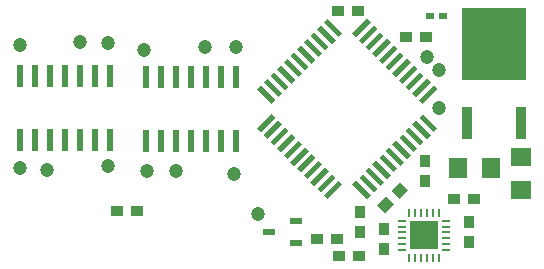
<source format=gbr>
G04 DipTrace 2.4.0.2*
%INTopPaste.gbr*%
%MOIN*%
%ADD36C,0.0472*%
%ADD53R,0.0216X0.0767*%
%ADD55R,0.0945X0.0945*%
%ADD57O,0.0315X0.0098*%
%ADD59O,0.0098X0.0315*%
%ADD61R,0.2165X0.2401*%
%ADD63R,0.0374X0.1063*%
%ADD67R,0.0393X0.0236*%
%ADD75R,0.0295X0.0216*%
%ADD81R,0.0689X0.061*%
%ADD83R,0.061X0.0689*%
%ADD85R,0.0374X0.0413*%
%ADD87R,0.0413X0.0374*%
%FSLAX44Y44*%
G04*
G70*
G90*
G75*
G01*
%LNTopPaste*%
%LPD*%
D87*
X15578Y12905D3*
X16247D3*
D85*
X18479Y7264D3*
Y7934D3*
X19962Y5225D3*
Y5894D3*
D87*
X15599Y4748D3*
X16268D3*
D85*
X17098Y5000D3*
Y5669D3*
X16306Y5556D3*
Y6225D3*
D83*
X20687Y7687D3*
X19585D3*
D81*
X21687Y6937D3*
Y8039D3*
D75*
X19096Y12738D3*
X18663D3*
D67*
X14187Y5187D3*
Y5935D3*
X13281Y5561D3*
D87*
X17842Y12041D3*
X18511D3*
X8883Y6255D3*
X8214D3*
X15562Y5312D3*
X14893D3*
G36*
X17630Y6657D2*
X17366Y6921D1*
X17658Y7213D1*
X17922Y6949D1*
X17630Y6657D1*
G37*
G36*
X17157Y6184D2*
X16893Y6448D1*
X17185Y6740D1*
X17449Y6476D1*
X17157Y6184D1*
G37*
D87*
X19455Y6642D3*
X20125D3*
D36*
X18562Y11375D3*
X18937Y10937D3*
X12906Y6163D3*
X4987Y11794D3*
X7928Y7745D3*
X9119Y11635D3*
X12105Y7502D3*
X18937Y9687D3*
X10184Y7584D3*
X11151Y11709D3*
X5868Y7616D3*
X6973Y11878D3*
X7927Y11868D3*
X4982Y7675D3*
X12176Y11707D3*
X9205Y7593D3*
G36*
X13006Y8881D2*
X12881Y9006D1*
X13368Y9493D1*
X13493Y9368D1*
X13006Y8881D1*
G37*
G36*
X13229Y8658D2*
X13104Y8783D1*
X13591Y9270D1*
X13716Y9145D1*
X13229Y8658D1*
G37*
G36*
X13451Y8436D2*
X13326Y8561D1*
X13813Y9048D1*
X13938Y8923D1*
X13451Y8436D1*
G37*
G36*
X13674Y8213D2*
X13549Y8338D1*
X14036Y8825D1*
X14161Y8700D1*
X13674Y8213D1*
G37*
G36*
X13897Y7990D2*
X13772Y8115D1*
X14259Y8602D1*
X14384Y8477D1*
X13897Y7990D1*
G37*
G36*
X14120Y7767D2*
X13995Y7892D1*
X14482Y8379D1*
X14607Y8254D1*
X14120Y7767D1*
G37*
G36*
X14342Y7545D2*
X14217Y7670D1*
X14704Y8157D1*
X14829Y8032D1*
X14342Y7545D1*
G37*
G36*
X14565Y7322D2*
X14440Y7447D1*
X14927Y7934D1*
X15052Y7809D1*
X14565Y7322D1*
G37*
G36*
X14788Y7099D2*
X14663Y7224D1*
X15150Y7711D1*
X15275Y7586D1*
X14788Y7099D1*
G37*
G36*
X15010Y6877D2*
X14885Y7002D1*
X15372Y7489D1*
X15497Y7364D1*
X15010Y6877D1*
G37*
G36*
X15233Y6654D2*
X15108Y6779D1*
X15595Y7266D1*
X15720Y7141D1*
X15233Y6654D1*
G37*
G36*
X16055Y7141D2*
X16180Y7266D1*
X16667Y6779D1*
X16542Y6654D1*
X16055Y7141D1*
G37*
G36*
X16277Y7364D2*
X16402Y7489D1*
X16889Y7002D1*
X16764Y6877D1*
X16277Y7364D1*
G37*
G36*
X16500Y7586D2*
X16625Y7711D1*
X17112Y7224D1*
X16987Y7099D1*
X16500Y7586D1*
G37*
G36*
X16723Y7809D2*
X16848Y7934D1*
X17335Y7447D1*
X17210Y7322D1*
X16723Y7809D1*
G37*
G36*
X16945Y8032D2*
X17071Y8157D1*
X17557Y7670D1*
X17432Y7545D1*
X16945Y8032D1*
G37*
G36*
X17168Y8254D2*
X17293Y8379D1*
X17780Y7892D1*
X17655Y7767D1*
X17168Y8254D1*
G37*
G36*
X17391Y8477D2*
X17516Y8602D1*
X18003Y8115D1*
X17878Y7990D1*
X17391Y8477D1*
G37*
G36*
X17614Y8700D2*
X17739Y8825D1*
X18226Y8338D1*
X18101Y8213D1*
X17614Y8700D1*
G37*
G36*
X17836Y8923D2*
X17961Y9048D1*
X18448Y8561D1*
X18323Y8436D1*
X17836Y8923D1*
G37*
G36*
X18059Y9145D2*
X18184Y9270D1*
X18671Y8783D1*
X18546Y8658D1*
X18059Y9145D1*
G37*
G36*
X18282Y9368D2*
X18407Y9493D1*
X18894Y9006D1*
X18769Y8881D1*
X18282Y9368D1*
G37*
G36*
X18407Y9828D2*
X18282Y9953D1*
X18769Y10440D1*
X18894Y10314D1*
X18407Y9828D1*
G37*
G36*
X18184Y10050D2*
X18059Y10175D1*
X18546Y10662D1*
X18671Y10537D1*
X18184Y10050D1*
G37*
G36*
X17961Y10273D2*
X17836Y10398D1*
X18323Y10885D1*
X18448Y10760D1*
X17961Y10273D1*
G37*
G36*
X17739Y10496D2*
X17614Y10621D1*
X18101Y11108D1*
X18226Y10983D1*
X17739Y10496D1*
G37*
G36*
X17516Y10718D2*
X17391Y10843D1*
X17878Y11330D1*
X18003Y11205D1*
X17516Y10718D1*
G37*
G36*
X17293Y10941D2*
X17168Y11066D1*
X17655Y11553D1*
X17780Y11428D1*
X17293Y10941D1*
G37*
G36*
X17071Y11164D2*
X16945Y11289D1*
X17432Y11776D1*
X17557Y11651D1*
X17071Y11164D1*
G37*
G36*
X16848Y11386D2*
X16723Y11512D1*
X17210Y11998D1*
X17335Y11873D1*
X16848Y11386D1*
G37*
G36*
X16625Y11609D2*
X16500Y11734D1*
X16987Y12221D1*
X17112Y12096D1*
X16625Y11609D1*
G37*
G36*
X16402Y11832D2*
X16277Y11957D1*
X16764Y12444D1*
X16889Y12319D1*
X16402Y11832D1*
G37*
G36*
X16180Y12055D2*
X16055Y12180D1*
X16542Y12667D1*
X16667Y12542D1*
X16180Y12055D1*
G37*
G36*
X15108Y12542D2*
X15233Y12667D1*
X15720Y12180D1*
X15595Y12055D1*
X15108Y12542D1*
G37*
G36*
X14885Y12319D2*
X15010Y12444D1*
X15497Y11957D1*
X15372Y11832D1*
X14885Y12319D1*
G37*
G36*
X14663Y12096D2*
X14788Y12221D1*
X15275Y11734D1*
X15150Y11609D1*
X14663Y12096D1*
G37*
G36*
X14440Y11873D2*
X14565Y11998D1*
X15052Y11512D1*
X14927Y11386D1*
X14440Y11873D1*
G37*
G36*
X14217Y11651D2*
X14342Y11776D1*
X14829Y11289D1*
X14704Y11164D1*
X14217Y11651D1*
G37*
G36*
X13995Y11428D2*
X14120Y11553D1*
X14607Y11066D1*
X14482Y10941D1*
X13995Y11428D1*
G37*
G36*
X13772Y11205D2*
X13897Y11330D1*
X14384Y10843D1*
X14259Y10718D1*
X13772Y11205D1*
G37*
G36*
X13549Y10983D2*
X13674Y11108D1*
X14161Y10621D1*
X14036Y10496D1*
X13549Y10983D1*
G37*
G36*
X13326Y10760D2*
X13451Y10885D1*
X13938Y10398D1*
X13813Y10273D1*
X13326Y10760D1*
G37*
G36*
X13104Y10537D2*
X13229Y10662D1*
X13716Y10175D1*
X13591Y10050D1*
X13104Y10537D1*
G37*
G36*
X12881Y10314D2*
X13006Y10440D1*
X13493Y9953D1*
X13368Y9828D1*
X12881Y10314D1*
G37*
D63*
X19886Y9181D3*
X21681D3*
D61*
X20783Y11819D3*
D59*
X18937Y6187D3*
X18740D3*
X18543D3*
X18346D3*
X18150D3*
X17953D3*
D57*
X17697Y5931D3*
Y5734D3*
Y5537D3*
Y5341D3*
Y5144D3*
Y4947D3*
D59*
X17953Y4691D3*
X18150D3*
X18346D3*
X18543D3*
X18740D3*
X18937D3*
D57*
X19193Y4947D3*
Y5144D3*
Y5341D3*
Y5537D3*
Y5734D3*
Y5931D3*
D55*
X18445Y5439D3*
D53*
X7984Y10748D3*
X7484D3*
X6984D3*
X6484D3*
X5984D3*
X5484D3*
X4984D3*
Y8622D3*
X5484D3*
X5984D3*
X6484D3*
X6984D3*
X7484D3*
X7984D3*
X12176Y10726D3*
X11676D3*
X11176D3*
X10676D3*
X10176D3*
X9676D3*
X9176D3*
Y8600D3*
X9676D3*
X10176D3*
X10676D3*
X11176D3*
X11676D3*
X12176D3*
M02*

</source>
